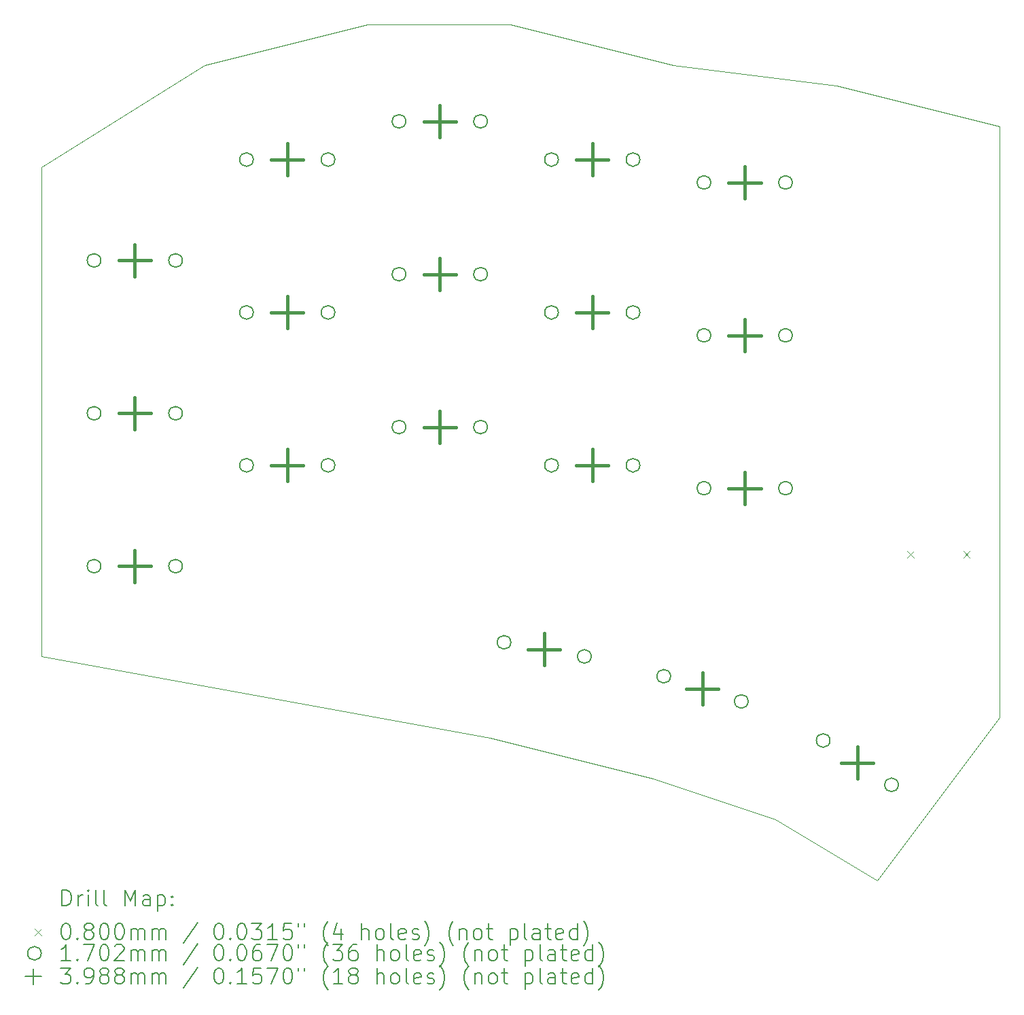
<source format=gbr>
%TF.GenerationSoftware,KiCad,Pcbnew,8.0.3*%
%TF.CreationDate,2024-07-02T22:23:56+01:00*%
%TF.ProjectId,simple_split,73696d70-6c65-45f7-9370-6c69742e6b69,v1.0.0*%
%TF.SameCoordinates,Original*%
%TF.FileFunction,Drillmap*%
%TF.FilePolarity,Positive*%
%FSLAX45Y45*%
G04 Gerber Fmt 4.5, Leading zero omitted, Abs format (unit mm)*
G04 Created by KiCad (PCBNEW 8.0.3) date 2024-07-02 22:23:56*
%MOMM*%
%LPD*%
G01*
G04 APERTURE LIST*
%ADD10C,0.050000*%
%ADD11C,0.200000*%
%ADD12C,0.100000*%
%ADD13C,0.170180*%
%ADD14C,0.398780*%
G04 APERTURE END LIST*
D10*
X14986000Y-6858000D02*
X17018000Y-7112000D01*
X19050000Y-7620000D01*
X19050000Y-14986000D01*
X17526000Y-17018000D01*
X16256000Y-16256000D01*
X14732000Y-15748000D01*
X12700000Y-15240000D01*
X7112000Y-14224000D01*
X7112000Y-8128000D01*
X9144000Y-6858000D01*
X11176000Y-6350000D01*
X12954000Y-6350000D01*
X14986000Y-6858000D01*
D11*
D12*
X17899250Y-12914000D02*
X17979250Y-12994000D01*
X17979250Y-12914000D02*
X17899250Y-12994000D01*
X17899250Y-12914000D02*
X17979250Y-12994000D01*
X17979250Y-12914000D02*
X17899250Y-12994000D01*
X18599250Y-12914000D02*
X18679250Y-12994000D01*
X18679250Y-12914000D02*
X18599250Y-12994000D01*
X18599250Y-12914000D02*
X18679250Y-12994000D01*
X18679250Y-12914000D02*
X18599250Y-12994000D01*
D13*
X7852090Y-9290050D02*
G75*
G02*
X7681910Y-9290050I-85090J0D01*
G01*
X7681910Y-9290050D02*
G75*
G02*
X7852090Y-9290050I85090J0D01*
G01*
X7852090Y-11195050D02*
G75*
G02*
X7681910Y-11195050I-85090J0D01*
G01*
X7681910Y-11195050D02*
G75*
G02*
X7852090Y-11195050I85090J0D01*
G01*
X7852090Y-13100050D02*
G75*
G02*
X7681910Y-13100050I-85090J0D01*
G01*
X7681910Y-13100050D02*
G75*
G02*
X7852090Y-13100050I85090J0D01*
G01*
X8868090Y-9290050D02*
G75*
G02*
X8697910Y-9290050I-85090J0D01*
G01*
X8697910Y-9290050D02*
G75*
G02*
X8868090Y-9290050I85090J0D01*
G01*
X8868090Y-11195050D02*
G75*
G02*
X8697910Y-11195050I-85090J0D01*
G01*
X8697910Y-11195050D02*
G75*
G02*
X8868090Y-11195050I85090J0D01*
G01*
X8868090Y-13100050D02*
G75*
G02*
X8697910Y-13100050I-85090J0D01*
G01*
X8697910Y-13100050D02*
G75*
G02*
X8868090Y-13100050I85090J0D01*
G01*
X9752090Y-8032750D02*
G75*
G02*
X9581910Y-8032750I-85090J0D01*
G01*
X9581910Y-8032750D02*
G75*
G02*
X9752090Y-8032750I85090J0D01*
G01*
X9752090Y-9937750D02*
G75*
G02*
X9581910Y-9937750I-85090J0D01*
G01*
X9581910Y-9937750D02*
G75*
G02*
X9752090Y-9937750I85090J0D01*
G01*
X9752090Y-11842750D02*
G75*
G02*
X9581910Y-11842750I-85090J0D01*
G01*
X9581910Y-11842750D02*
G75*
G02*
X9752090Y-11842750I85090J0D01*
G01*
X10768090Y-8032750D02*
G75*
G02*
X10597910Y-8032750I-85090J0D01*
G01*
X10597910Y-8032750D02*
G75*
G02*
X10768090Y-8032750I85090J0D01*
G01*
X10768090Y-9937750D02*
G75*
G02*
X10597910Y-9937750I-85090J0D01*
G01*
X10597910Y-9937750D02*
G75*
G02*
X10768090Y-9937750I85090J0D01*
G01*
X10768090Y-11842750D02*
G75*
G02*
X10597910Y-11842750I-85090J0D01*
G01*
X10597910Y-11842750D02*
G75*
G02*
X10768090Y-11842750I85090J0D01*
G01*
X11652090Y-7556500D02*
G75*
G02*
X11481910Y-7556500I-85090J0D01*
G01*
X11481910Y-7556500D02*
G75*
G02*
X11652090Y-7556500I85090J0D01*
G01*
X11652090Y-9461500D02*
G75*
G02*
X11481910Y-9461500I-85090J0D01*
G01*
X11481910Y-9461500D02*
G75*
G02*
X11652090Y-9461500I85090J0D01*
G01*
X11652090Y-11366500D02*
G75*
G02*
X11481910Y-11366500I-85090J0D01*
G01*
X11481910Y-11366500D02*
G75*
G02*
X11652090Y-11366500I85090J0D01*
G01*
X12668090Y-7556500D02*
G75*
G02*
X12497910Y-7556500I-85090J0D01*
G01*
X12497910Y-7556500D02*
G75*
G02*
X12668090Y-7556500I85090J0D01*
G01*
X12668090Y-9461500D02*
G75*
G02*
X12497910Y-9461500I-85090J0D01*
G01*
X12497910Y-9461500D02*
G75*
G02*
X12668090Y-9461500I85090J0D01*
G01*
X12668090Y-11366500D02*
G75*
G02*
X12497910Y-11366500I-85090J0D01*
G01*
X12497910Y-11366500D02*
G75*
G02*
X12668090Y-11366500I85090J0D01*
G01*
X12961408Y-14048547D02*
G75*
G02*
X12791228Y-14048547I-85090J0D01*
G01*
X12791228Y-14048547D02*
G75*
G02*
X12961408Y-14048547I85090J0D01*
G01*
X13552090Y-8032750D02*
G75*
G02*
X13381910Y-8032750I-85090J0D01*
G01*
X13381910Y-8032750D02*
G75*
G02*
X13552090Y-8032750I85090J0D01*
G01*
X13552090Y-9937750D02*
G75*
G02*
X13381910Y-9937750I-85090J0D01*
G01*
X13381910Y-9937750D02*
G75*
G02*
X13552090Y-9937750I85090J0D01*
G01*
X13552090Y-11842750D02*
G75*
G02*
X13381910Y-11842750I-85090J0D01*
G01*
X13381910Y-11842750D02*
G75*
G02*
X13552090Y-11842750I85090J0D01*
G01*
X13961972Y-14224973D02*
G75*
G02*
X13791792Y-14224973I-85090J0D01*
G01*
X13791792Y-14224973D02*
G75*
G02*
X13961972Y-14224973I85090J0D01*
G01*
X14568090Y-8032750D02*
G75*
G02*
X14397910Y-8032750I-85090J0D01*
G01*
X14397910Y-8032750D02*
G75*
G02*
X14568090Y-8032750I85090J0D01*
G01*
X14568090Y-9937750D02*
G75*
G02*
X14397910Y-9937750I-85090J0D01*
G01*
X14397910Y-9937750D02*
G75*
G02*
X14568090Y-9937750I85090J0D01*
G01*
X14568090Y-11842750D02*
G75*
G02*
X14397910Y-11842750I-85090J0D01*
G01*
X14397910Y-11842750D02*
G75*
G02*
X14568090Y-11842750I85090J0D01*
G01*
X14951403Y-14471669D02*
G75*
G02*
X14781223Y-14471669I-85090J0D01*
G01*
X14781223Y-14471669D02*
G75*
G02*
X14951403Y-14471669I85090J0D01*
G01*
X15452090Y-8318500D02*
G75*
G02*
X15281910Y-8318500I-85090J0D01*
G01*
X15281910Y-8318500D02*
G75*
G02*
X15452090Y-8318500I85090J0D01*
G01*
X15452090Y-10223500D02*
G75*
G02*
X15281910Y-10223500I-85090J0D01*
G01*
X15281910Y-10223500D02*
G75*
G02*
X15452090Y-10223500I85090J0D01*
G01*
X15452090Y-12128500D02*
G75*
G02*
X15281910Y-12128500I-85090J0D01*
G01*
X15281910Y-12128500D02*
G75*
G02*
X15452090Y-12128500I85090J0D01*
G01*
X15917677Y-14785631D02*
G75*
G02*
X15747497Y-14785631I-85090J0D01*
G01*
X15747497Y-14785631D02*
G75*
G02*
X15917677Y-14785631I85090J0D01*
G01*
X16468090Y-8318500D02*
G75*
G02*
X16297910Y-8318500I-85090J0D01*
G01*
X16297910Y-8318500D02*
G75*
G02*
X16468090Y-8318500I85090J0D01*
G01*
X16468090Y-10223500D02*
G75*
G02*
X16297910Y-10223500I-85090J0D01*
G01*
X16297910Y-10223500D02*
G75*
G02*
X16468090Y-10223500I85090J0D01*
G01*
X16468090Y-12128500D02*
G75*
G02*
X16297910Y-12128500I-85090J0D01*
G01*
X16297910Y-12128500D02*
G75*
G02*
X16468090Y-12128500I85090J0D01*
G01*
X16937645Y-15272123D02*
G75*
G02*
X16767465Y-15272123I-85090J0D01*
G01*
X16767465Y-15272123D02*
G75*
G02*
X16937645Y-15272123I85090J0D01*
G01*
X17789735Y-15825477D02*
G75*
G02*
X17619555Y-15825477I-85090J0D01*
G01*
X17619555Y-15825477D02*
G75*
G02*
X17789735Y-15825477I85090J0D01*
G01*
D14*
X8275000Y-9090660D02*
X8275000Y-9489440D01*
X8075610Y-9290050D02*
X8474390Y-9290050D01*
X8275000Y-10995660D02*
X8275000Y-11394440D01*
X8075610Y-11195050D02*
X8474390Y-11195050D01*
X8275000Y-12900660D02*
X8275000Y-13299440D01*
X8075610Y-13100050D02*
X8474390Y-13100050D01*
X10175000Y-7833360D02*
X10175000Y-8232140D01*
X9975610Y-8032750D02*
X10374390Y-8032750D01*
X10175000Y-9738360D02*
X10175000Y-10137140D01*
X9975610Y-9937750D02*
X10374390Y-9937750D01*
X10175000Y-11643360D02*
X10175000Y-12042140D01*
X9975610Y-11842750D02*
X10374390Y-11842750D01*
X12075000Y-7357110D02*
X12075000Y-7755890D01*
X11875610Y-7556500D02*
X12274390Y-7556500D01*
X12075000Y-9262110D02*
X12075000Y-9660890D01*
X11875610Y-9461500D02*
X12274390Y-9461500D01*
X12075000Y-11167110D02*
X12075000Y-11565890D01*
X11875610Y-11366500D02*
X12274390Y-11366500D01*
X13376600Y-13937370D02*
X13376600Y-14336150D01*
X13177210Y-14136760D02*
X13575990Y-14136760D01*
X13975000Y-7833360D02*
X13975000Y-8232140D01*
X13775610Y-8032750D02*
X14174390Y-8032750D01*
X13975000Y-9738360D02*
X13975000Y-10137140D01*
X13775610Y-9937750D02*
X14174390Y-9937750D01*
X13975000Y-11643360D02*
X13975000Y-12042140D01*
X13775610Y-11842750D02*
X14174390Y-11842750D01*
X15349450Y-14429260D02*
X15349450Y-14828040D01*
X15150060Y-14628650D02*
X15548840Y-14628650D01*
X15875000Y-8119110D02*
X15875000Y-8517890D01*
X15675610Y-8318500D02*
X16074390Y-8318500D01*
X15875000Y-10024110D02*
X15875000Y-10422890D01*
X15675610Y-10223500D02*
X16074390Y-10223500D01*
X15875000Y-11929110D02*
X15875000Y-12327890D01*
X15675610Y-12128500D02*
X16074390Y-12128500D01*
X17278600Y-15349410D02*
X17278600Y-15748190D01*
X17079210Y-15548800D02*
X17477990Y-15548800D01*
D11*
X7370277Y-17331984D02*
X7370277Y-17131984D01*
X7370277Y-17131984D02*
X7417896Y-17131984D01*
X7417896Y-17131984D02*
X7446467Y-17141508D01*
X7446467Y-17141508D02*
X7465515Y-17160555D01*
X7465515Y-17160555D02*
X7475039Y-17179603D01*
X7475039Y-17179603D02*
X7484562Y-17217698D01*
X7484562Y-17217698D02*
X7484562Y-17246270D01*
X7484562Y-17246270D02*
X7475039Y-17284365D01*
X7475039Y-17284365D02*
X7465515Y-17303412D01*
X7465515Y-17303412D02*
X7446467Y-17322460D01*
X7446467Y-17322460D02*
X7417896Y-17331984D01*
X7417896Y-17331984D02*
X7370277Y-17331984D01*
X7570277Y-17331984D02*
X7570277Y-17198650D01*
X7570277Y-17236746D02*
X7579801Y-17217698D01*
X7579801Y-17217698D02*
X7589324Y-17208174D01*
X7589324Y-17208174D02*
X7608372Y-17198650D01*
X7608372Y-17198650D02*
X7627420Y-17198650D01*
X7694086Y-17331984D02*
X7694086Y-17198650D01*
X7694086Y-17131984D02*
X7684562Y-17141508D01*
X7684562Y-17141508D02*
X7694086Y-17151031D01*
X7694086Y-17151031D02*
X7703610Y-17141508D01*
X7703610Y-17141508D02*
X7694086Y-17131984D01*
X7694086Y-17131984D02*
X7694086Y-17151031D01*
X7817896Y-17331984D02*
X7798848Y-17322460D01*
X7798848Y-17322460D02*
X7789324Y-17303412D01*
X7789324Y-17303412D02*
X7789324Y-17131984D01*
X7922658Y-17331984D02*
X7903610Y-17322460D01*
X7903610Y-17322460D02*
X7894086Y-17303412D01*
X7894086Y-17303412D02*
X7894086Y-17131984D01*
X8151229Y-17331984D02*
X8151229Y-17131984D01*
X8151229Y-17131984D02*
X8217896Y-17274841D01*
X8217896Y-17274841D02*
X8284562Y-17131984D01*
X8284562Y-17131984D02*
X8284562Y-17331984D01*
X8465515Y-17331984D02*
X8465515Y-17227222D01*
X8465515Y-17227222D02*
X8455991Y-17208174D01*
X8455991Y-17208174D02*
X8436944Y-17198650D01*
X8436944Y-17198650D02*
X8398848Y-17198650D01*
X8398848Y-17198650D02*
X8379801Y-17208174D01*
X8465515Y-17322460D02*
X8446467Y-17331984D01*
X8446467Y-17331984D02*
X8398848Y-17331984D01*
X8398848Y-17331984D02*
X8379801Y-17322460D01*
X8379801Y-17322460D02*
X8370277Y-17303412D01*
X8370277Y-17303412D02*
X8370277Y-17284365D01*
X8370277Y-17284365D02*
X8379801Y-17265317D01*
X8379801Y-17265317D02*
X8398848Y-17255793D01*
X8398848Y-17255793D02*
X8446467Y-17255793D01*
X8446467Y-17255793D02*
X8465515Y-17246270D01*
X8560753Y-17198650D02*
X8560753Y-17398650D01*
X8560753Y-17208174D02*
X8579801Y-17198650D01*
X8579801Y-17198650D02*
X8617896Y-17198650D01*
X8617896Y-17198650D02*
X8636944Y-17208174D01*
X8636944Y-17208174D02*
X8646467Y-17217698D01*
X8646467Y-17217698D02*
X8655991Y-17236746D01*
X8655991Y-17236746D02*
X8655991Y-17293889D01*
X8655991Y-17293889D02*
X8646467Y-17312936D01*
X8646467Y-17312936D02*
X8636944Y-17322460D01*
X8636944Y-17322460D02*
X8617896Y-17331984D01*
X8617896Y-17331984D02*
X8579801Y-17331984D01*
X8579801Y-17331984D02*
X8560753Y-17322460D01*
X8741705Y-17312936D02*
X8751229Y-17322460D01*
X8751229Y-17322460D02*
X8741705Y-17331984D01*
X8741705Y-17331984D02*
X8732182Y-17322460D01*
X8732182Y-17322460D02*
X8741705Y-17312936D01*
X8741705Y-17312936D02*
X8741705Y-17331984D01*
X8741705Y-17208174D02*
X8751229Y-17217698D01*
X8751229Y-17217698D02*
X8741705Y-17227222D01*
X8741705Y-17227222D02*
X8732182Y-17217698D01*
X8732182Y-17217698D02*
X8741705Y-17208174D01*
X8741705Y-17208174D02*
X8741705Y-17227222D01*
D12*
X7029500Y-17620500D02*
X7109500Y-17700500D01*
X7109500Y-17620500D02*
X7029500Y-17700500D01*
D11*
X7408372Y-17551984D02*
X7427420Y-17551984D01*
X7427420Y-17551984D02*
X7446467Y-17561508D01*
X7446467Y-17561508D02*
X7455991Y-17571031D01*
X7455991Y-17571031D02*
X7465515Y-17590079D01*
X7465515Y-17590079D02*
X7475039Y-17628174D01*
X7475039Y-17628174D02*
X7475039Y-17675793D01*
X7475039Y-17675793D02*
X7465515Y-17713889D01*
X7465515Y-17713889D02*
X7455991Y-17732936D01*
X7455991Y-17732936D02*
X7446467Y-17742460D01*
X7446467Y-17742460D02*
X7427420Y-17751984D01*
X7427420Y-17751984D02*
X7408372Y-17751984D01*
X7408372Y-17751984D02*
X7389324Y-17742460D01*
X7389324Y-17742460D02*
X7379801Y-17732936D01*
X7379801Y-17732936D02*
X7370277Y-17713889D01*
X7370277Y-17713889D02*
X7360753Y-17675793D01*
X7360753Y-17675793D02*
X7360753Y-17628174D01*
X7360753Y-17628174D02*
X7370277Y-17590079D01*
X7370277Y-17590079D02*
X7379801Y-17571031D01*
X7379801Y-17571031D02*
X7389324Y-17561508D01*
X7389324Y-17561508D02*
X7408372Y-17551984D01*
X7560753Y-17732936D02*
X7570277Y-17742460D01*
X7570277Y-17742460D02*
X7560753Y-17751984D01*
X7560753Y-17751984D02*
X7551229Y-17742460D01*
X7551229Y-17742460D02*
X7560753Y-17732936D01*
X7560753Y-17732936D02*
X7560753Y-17751984D01*
X7684562Y-17637698D02*
X7665515Y-17628174D01*
X7665515Y-17628174D02*
X7655991Y-17618650D01*
X7655991Y-17618650D02*
X7646467Y-17599603D01*
X7646467Y-17599603D02*
X7646467Y-17590079D01*
X7646467Y-17590079D02*
X7655991Y-17571031D01*
X7655991Y-17571031D02*
X7665515Y-17561508D01*
X7665515Y-17561508D02*
X7684562Y-17551984D01*
X7684562Y-17551984D02*
X7722658Y-17551984D01*
X7722658Y-17551984D02*
X7741705Y-17561508D01*
X7741705Y-17561508D02*
X7751229Y-17571031D01*
X7751229Y-17571031D02*
X7760753Y-17590079D01*
X7760753Y-17590079D02*
X7760753Y-17599603D01*
X7760753Y-17599603D02*
X7751229Y-17618650D01*
X7751229Y-17618650D02*
X7741705Y-17628174D01*
X7741705Y-17628174D02*
X7722658Y-17637698D01*
X7722658Y-17637698D02*
X7684562Y-17637698D01*
X7684562Y-17637698D02*
X7665515Y-17647222D01*
X7665515Y-17647222D02*
X7655991Y-17656746D01*
X7655991Y-17656746D02*
X7646467Y-17675793D01*
X7646467Y-17675793D02*
X7646467Y-17713889D01*
X7646467Y-17713889D02*
X7655991Y-17732936D01*
X7655991Y-17732936D02*
X7665515Y-17742460D01*
X7665515Y-17742460D02*
X7684562Y-17751984D01*
X7684562Y-17751984D02*
X7722658Y-17751984D01*
X7722658Y-17751984D02*
X7741705Y-17742460D01*
X7741705Y-17742460D02*
X7751229Y-17732936D01*
X7751229Y-17732936D02*
X7760753Y-17713889D01*
X7760753Y-17713889D02*
X7760753Y-17675793D01*
X7760753Y-17675793D02*
X7751229Y-17656746D01*
X7751229Y-17656746D02*
X7741705Y-17647222D01*
X7741705Y-17647222D02*
X7722658Y-17637698D01*
X7884562Y-17551984D02*
X7903610Y-17551984D01*
X7903610Y-17551984D02*
X7922658Y-17561508D01*
X7922658Y-17561508D02*
X7932182Y-17571031D01*
X7932182Y-17571031D02*
X7941705Y-17590079D01*
X7941705Y-17590079D02*
X7951229Y-17628174D01*
X7951229Y-17628174D02*
X7951229Y-17675793D01*
X7951229Y-17675793D02*
X7941705Y-17713889D01*
X7941705Y-17713889D02*
X7932182Y-17732936D01*
X7932182Y-17732936D02*
X7922658Y-17742460D01*
X7922658Y-17742460D02*
X7903610Y-17751984D01*
X7903610Y-17751984D02*
X7884562Y-17751984D01*
X7884562Y-17751984D02*
X7865515Y-17742460D01*
X7865515Y-17742460D02*
X7855991Y-17732936D01*
X7855991Y-17732936D02*
X7846467Y-17713889D01*
X7846467Y-17713889D02*
X7836943Y-17675793D01*
X7836943Y-17675793D02*
X7836943Y-17628174D01*
X7836943Y-17628174D02*
X7846467Y-17590079D01*
X7846467Y-17590079D02*
X7855991Y-17571031D01*
X7855991Y-17571031D02*
X7865515Y-17561508D01*
X7865515Y-17561508D02*
X7884562Y-17551984D01*
X8075039Y-17551984D02*
X8094086Y-17551984D01*
X8094086Y-17551984D02*
X8113134Y-17561508D01*
X8113134Y-17561508D02*
X8122658Y-17571031D01*
X8122658Y-17571031D02*
X8132182Y-17590079D01*
X8132182Y-17590079D02*
X8141705Y-17628174D01*
X8141705Y-17628174D02*
X8141705Y-17675793D01*
X8141705Y-17675793D02*
X8132182Y-17713889D01*
X8132182Y-17713889D02*
X8122658Y-17732936D01*
X8122658Y-17732936D02*
X8113134Y-17742460D01*
X8113134Y-17742460D02*
X8094086Y-17751984D01*
X8094086Y-17751984D02*
X8075039Y-17751984D01*
X8075039Y-17751984D02*
X8055991Y-17742460D01*
X8055991Y-17742460D02*
X8046467Y-17732936D01*
X8046467Y-17732936D02*
X8036943Y-17713889D01*
X8036943Y-17713889D02*
X8027420Y-17675793D01*
X8027420Y-17675793D02*
X8027420Y-17628174D01*
X8027420Y-17628174D02*
X8036943Y-17590079D01*
X8036943Y-17590079D02*
X8046467Y-17571031D01*
X8046467Y-17571031D02*
X8055991Y-17561508D01*
X8055991Y-17561508D02*
X8075039Y-17551984D01*
X8227420Y-17751984D02*
X8227420Y-17618650D01*
X8227420Y-17637698D02*
X8236943Y-17628174D01*
X8236943Y-17628174D02*
X8255991Y-17618650D01*
X8255991Y-17618650D02*
X8284563Y-17618650D01*
X8284563Y-17618650D02*
X8303610Y-17628174D01*
X8303610Y-17628174D02*
X8313134Y-17647222D01*
X8313134Y-17647222D02*
X8313134Y-17751984D01*
X8313134Y-17647222D02*
X8322658Y-17628174D01*
X8322658Y-17628174D02*
X8341705Y-17618650D01*
X8341705Y-17618650D02*
X8370277Y-17618650D01*
X8370277Y-17618650D02*
X8389325Y-17628174D01*
X8389325Y-17628174D02*
X8398848Y-17647222D01*
X8398848Y-17647222D02*
X8398848Y-17751984D01*
X8494086Y-17751984D02*
X8494086Y-17618650D01*
X8494086Y-17637698D02*
X8503610Y-17628174D01*
X8503610Y-17628174D02*
X8522658Y-17618650D01*
X8522658Y-17618650D02*
X8551229Y-17618650D01*
X8551229Y-17618650D02*
X8570277Y-17628174D01*
X8570277Y-17628174D02*
X8579801Y-17647222D01*
X8579801Y-17647222D02*
X8579801Y-17751984D01*
X8579801Y-17647222D02*
X8589325Y-17628174D01*
X8589325Y-17628174D02*
X8608372Y-17618650D01*
X8608372Y-17618650D02*
X8636944Y-17618650D01*
X8636944Y-17618650D02*
X8655991Y-17628174D01*
X8655991Y-17628174D02*
X8665515Y-17647222D01*
X8665515Y-17647222D02*
X8665515Y-17751984D01*
X9055991Y-17542460D02*
X8884563Y-17799603D01*
X9313134Y-17551984D02*
X9332182Y-17551984D01*
X9332182Y-17551984D02*
X9351229Y-17561508D01*
X9351229Y-17561508D02*
X9360753Y-17571031D01*
X9360753Y-17571031D02*
X9370277Y-17590079D01*
X9370277Y-17590079D02*
X9379801Y-17628174D01*
X9379801Y-17628174D02*
X9379801Y-17675793D01*
X9379801Y-17675793D02*
X9370277Y-17713889D01*
X9370277Y-17713889D02*
X9360753Y-17732936D01*
X9360753Y-17732936D02*
X9351229Y-17742460D01*
X9351229Y-17742460D02*
X9332182Y-17751984D01*
X9332182Y-17751984D02*
X9313134Y-17751984D01*
X9313134Y-17751984D02*
X9294087Y-17742460D01*
X9294087Y-17742460D02*
X9284563Y-17732936D01*
X9284563Y-17732936D02*
X9275039Y-17713889D01*
X9275039Y-17713889D02*
X9265515Y-17675793D01*
X9265515Y-17675793D02*
X9265515Y-17628174D01*
X9265515Y-17628174D02*
X9275039Y-17590079D01*
X9275039Y-17590079D02*
X9284563Y-17571031D01*
X9284563Y-17571031D02*
X9294087Y-17561508D01*
X9294087Y-17561508D02*
X9313134Y-17551984D01*
X9465515Y-17732936D02*
X9475039Y-17742460D01*
X9475039Y-17742460D02*
X9465515Y-17751984D01*
X9465515Y-17751984D02*
X9455991Y-17742460D01*
X9455991Y-17742460D02*
X9465515Y-17732936D01*
X9465515Y-17732936D02*
X9465515Y-17751984D01*
X9598848Y-17551984D02*
X9617896Y-17551984D01*
X9617896Y-17551984D02*
X9636944Y-17561508D01*
X9636944Y-17561508D02*
X9646468Y-17571031D01*
X9646468Y-17571031D02*
X9655991Y-17590079D01*
X9655991Y-17590079D02*
X9665515Y-17628174D01*
X9665515Y-17628174D02*
X9665515Y-17675793D01*
X9665515Y-17675793D02*
X9655991Y-17713889D01*
X9655991Y-17713889D02*
X9646468Y-17732936D01*
X9646468Y-17732936D02*
X9636944Y-17742460D01*
X9636944Y-17742460D02*
X9617896Y-17751984D01*
X9617896Y-17751984D02*
X9598848Y-17751984D01*
X9598848Y-17751984D02*
X9579801Y-17742460D01*
X9579801Y-17742460D02*
X9570277Y-17732936D01*
X9570277Y-17732936D02*
X9560753Y-17713889D01*
X9560753Y-17713889D02*
X9551229Y-17675793D01*
X9551229Y-17675793D02*
X9551229Y-17628174D01*
X9551229Y-17628174D02*
X9560753Y-17590079D01*
X9560753Y-17590079D02*
X9570277Y-17571031D01*
X9570277Y-17571031D02*
X9579801Y-17561508D01*
X9579801Y-17561508D02*
X9598848Y-17551984D01*
X9732182Y-17551984D02*
X9855991Y-17551984D01*
X9855991Y-17551984D02*
X9789325Y-17628174D01*
X9789325Y-17628174D02*
X9817896Y-17628174D01*
X9817896Y-17628174D02*
X9836944Y-17637698D01*
X9836944Y-17637698D02*
X9846468Y-17647222D01*
X9846468Y-17647222D02*
X9855991Y-17666270D01*
X9855991Y-17666270D02*
X9855991Y-17713889D01*
X9855991Y-17713889D02*
X9846468Y-17732936D01*
X9846468Y-17732936D02*
X9836944Y-17742460D01*
X9836944Y-17742460D02*
X9817896Y-17751984D01*
X9817896Y-17751984D02*
X9760753Y-17751984D01*
X9760753Y-17751984D02*
X9741706Y-17742460D01*
X9741706Y-17742460D02*
X9732182Y-17732936D01*
X10046468Y-17751984D02*
X9932182Y-17751984D01*
X9989325Y-17751984D02*
X9989325Y-17551984D01*
X9989325Y-17551984D02*
X9970277Y-17580555D01*
X9970277Y-17580555D02*
X9951229Y-17599603D01*
X9951229Y-17599603D02*
X9932182Y-17609127D01*
X10227420Y-17551984D02*
X10132182Y-17551984D01*
X10132182Y-17551984D02*
X10122658Y-17647222D01*
X10122658Y-17647222D02*
X10132182Y-17637698D01*
X10132182Y-17637698D02*
X10151229Y-17628174D01*
X10151229Y-17628174D02*
X10198849Y-17628174D01*
X10198849Y-17628174D02*
X10217896Y-17637698D01*
X10217896Y-17637698D02*
X10227420Y-17647222D01*
X10227420Y-17647222D02*
X10236944Y-17666270D01*
X10236944Y-17666270D02*
X10236944Y-17713889D01*
X10236944Y-17713889D02*
X10227420Y-17732936D01*
X10227420Y-17732936D02*
X10217896Y-17742460D01*
X10217896Y-17742460D02*
X10198849Y-17751984D01*
X10198849Y-17751984D02*
X10151229Y-17751984D01*
X10151229Y-17751984D02*
X10132182Y-17742460D01*
X10132182Y-17742460D02*
X10122658Y-17732936D01*
X10313134Y-17551984D02*
X10313134Y-17590079D01*
X10389325Y-17551984D02*
X10389325Y-17590079D01*
X10684563Y-17828174D02*
X10675039Y-17818650D01*
X10675039Y-17818650D02*
X10655991Y-17790079D01*
X10655991Y-17790079D02*
X10646468Y-17771031D01*
X10646468Y-17771031D02*
X10636944Y-17742460D01*
X10636944Y-17742460D02*
X10627420Y-17694841D01*
X10627420Y-17694841D02*
X10627420Y-17656746D01*
X10627420Y-17656746D02*
X10636944Y-17609127D01*
X10636944Y-17609127D02*
X10646468Y-17580555D01*
X10646468Y-17580555D02*
X10655991Y-17561508D01*
X10655991Y-17561508D02*
X10675039Y-17532936D01*
X10675039Y-17532936D02*
X10684563Y-17523412D01*
X10846468Y-17618650D02*
X10846468Y-17751984D01*
X10798849Y-17542460D02*
X10751230Y-17685317D01*
X10751230Y-17685317D02*
X10875039Y-17685317D01*
X11103611Y-17751984D02*
X11103611Y-17551984D01*
X11189325Y-17751984D02*
X11189325Y-17647222D01*
X11189325Y-17647222D02*
X11179801Y-17628174D01*
X11179801Y-17628174D02*
X11160753Y-17618650D01*
X11160753Y-17618650D02*
X11132182Y-17618650D01*
X11132182Y-17618650D02*
X11113134Y-17628174D01*
X11113134Y-17628174D02*
X11103611Y-17637698D01*
X11313134Y-17751984D02*
X11294087Y-17742460D01*
X11294087Y-17742460D02*
X11284563Y-17732936D01*
X11284563Y-17732936D02*
X11275039Y-17713889D01*
X11275039Y-17713889D02*
X11275039Y-17656746D01*
X11275039Y-17656746D02*
X11284563Y-17637698D01*
X11284563Y-17637698D02*
X11294087Y-17628174D01*
X11294087Y-17628174D02*
X11313134Y-17618650D01*
X11313134Y-17618650D02*
X11341706Y-17618650D01*
X11341706Y-17618650D02*
X11360753Y-17628174D01*
X11360753Y-17628174D02*
X11370277Y-17637698D01*
X11370277Y-17637698D02*
X11379801Y-17656746D01*
X11379801Y-17656746D02*
X11379801Y-17713889D01*
X11379801Y-17713889D02*
X11370277Y-17732936D01*
X11370277Y-17732936D02*
X11360753Y-17742460D01*
X11360753Y-17742460D02*
X11341706Y-17751984D01*
X11341706Y-17751984D02*
X11313134Y-17751984D01*
X11494087Y-17751984D02*
X11475039Y-17742460D01*
X11475039Y-17742460D02*
X11465515Y-17723412D01*
X11465515Y-17723412D02*
X11465515Y-17551984D01*
X11646468Y-17742460D02*
X11627420Y-17751984D01*
X11627420Y-17751984D02*
X11589325Y-17751984D01*
X11589325Y-17751984D02*
X11570277Y-17742460D01*
X11570277Y-17742460D02*
X11560753Y-17723412D01*
X11560753Y-17723412D02*
X11560753Y-17647222D01*
X11560753Y-17647222D02*
X11570277Y-17628174D01*
X11570277Y-17628174D02*
X11589325Y-17618650D01*
X11589325Y-17618650D02*
X11627420Y-17618650D01*
X11627420Y-17618650D02*
X11646468Y-17628174D01*
X11646468Y-17628174D02*
X11655991Y-17647222D01*
X11655991Y-17647222D02*
X11655991Y-17666270D01*
X11655991Y-17666270D02*
X11560753Y-17685317D01*
X11732182Y-17742460D02*
X11751230Y-17751984D01*
X11751230Y-17751984D02*
X11789325Y-17751984D01*
X11789325Y-17751984D02*
X11808372Y-17742460D01*
X11808372Y-17742460D02*
X11817896Y-17723412D01*
X11817896Y-17723412D02*
X11817896Y-17713889D01*
X11817896Y-17713889D02*
X11808372Y-17694841D01*
X11808372Y-17694841D02*
X11789325Y-17685317D01*
X11789325Y-17685317D02*
X11760753Y-17685317D01*
X11760753Y-17685317D02*
X11741706Y-17675793D01*
X11741706Y-17675793D02*
X11732182Y-17656746D01*
X11732182Y-17656746D02*
X11732182Y-17647222D01*
X11732182Y-17647222D02*
X11741706Y-17628174D01*
X11741706Y-17628174D02*
X11760753Y-17618650D01*
X11760753Y-17618650D02*
X11789325Y-17618650D01*
X11789325Y-17618650D02*
X11808372Y-17628174D01*
X11884563Y-17828174D02*
X11894087Y-17818650D01*
X11894087Y-17818650D02*
X11913134Y-17790079D01*
X11913134Y-17790079D02*
X11922658Y-17771031D01*
X11922658Y-17771031D02*
X11932182Y-17742460D01*
X11932182Y-17742460D02*
X11941706Y-17694841D01*
X11941706Y-17694841D02*
X11941706Y-17656746D01*
X11941706Y-17656746D02*
X11932182Y-17609127D01*
X11932182Y-17609127D02*
X11922658Y-17580555D01*
X11922658Y-17580555D02*
X11913134Y-17561508D01*
X11913134Y-17561508D02*
X11894087Y-17532936D01*
X11894087Y-17532936D02*
X11884563Y-17523412D01*
X12246468Y-17828174D02*
X12236944Y-17818650D01*
X12236944Y-17818650D02*
X12217896Y-17790079D01*
X12217896Y-17790079D02*
X12208372Y-17771031D01*
X12208372Y-17771031D02*
X12198849Y-17742460D01*
X12198849Y-17742460D02*
X12189325Y-17694841D01*
X12189325Y-17694841D02*
X12189325Y-17656746D01*
X12189325Y-17656746D02*
X12198849Y-17609127D01*
X12198849Y-17609127D02*
X12208372Y-17580555D01*
X12208372Y-17580555D02*
X12217896Y-17561508D01*
X12217896Y-17561508D02*
X12236944Y-17532936D01*
X12236944Y-17532936D02*
X12246468Y-17523412D01*
X12322658Y-17618650D02*
X12322658Y-17751984D01*
X12322658Y-17637698D02*
X12332182Y-17628174D01*
X12332182Y-17628174D02*
X12351230Y-17618650D01*
X12351230Y-17618650D02*
X12379801Y-17618650D01*
X12379801Y-17618650D02*
X12398849Y-17628174D01*
X12398849Y-17628174D02*
X12408372Y-17647222D01*
X12408372Y-17647222D02*
X12408372Y-17751984D01*
X12532182Y-17751984D02*
X12513134Y-17742460D01*
X12513134Y-17742460D02*
X12503611Y-17732936D01*
X12503611Y-17732936D02*
X12494087Y-17713889D01*
X12494087Y-17713889D02*
X12494087Y-17656746D01*
X12494087Y-17656746D02*
X12503611Y-17637698D01*
X12503611Y-17637698D02*
X12513134Y-17628174D01*
X12513134Y-17628174D02*
X12532182Y-17618650D01*
X12532182Y-17618650D02*
X12560753Y-17618650D01*
X12560753Y-17618650D02*
X12579801Y-17628174D01*
X12579801Y-17628174D02*
X12589325Y-17637698D01*
X12589325Y-17637698D02*
X12598849Y-17656746D01*
X12598849Y-17656746D02*
X12598849Y-17713889D01*
X12598849Y-17713889D02*
X12589325Y-17732936D01*
X12589325Y-17732936D02*
X12579801Y-17742460D01*
X12579801Y-17742460D02*
X12560753Y-17751984D01*
X12560753Y-17751984D02*
X12532182Y-17751984D01*
X12655992Y-17618650D02*
X12732182Y-17618650D01*
X12684563Y-17551984D02*
X12684563Y-17723412D01*
X12684563Y-17723412D02*
X12694087Y-17742460D01*
X12694087Y-17742460D02*
X12713134Y-17751984D01*
X12713134Y-17751984D02*
X12732182Y-17751984D01*
X12951230Y-17618650D02*
X12951230Y-17818650D01*
X12951230Y-17628174D02*
X12970277Y-17618650D01*
X12970277Y-17618650D02*
X13008373Y-17618650D01*
X13008373Y-17618650D02*
X13027420Y-17628174D01*
X13027420Y-17628174D02*
X13036944Y-17637698D01*
X13036944Y-17637698D02*
X13046468Y-17656746D01*
X13046468Y-17656746D02*
X13046468Y-17713889D01*
X13046468Y-17713889D02*
X13036944Y-17732936D01*
X13036944Y-17732936D02*
X13027420Y-17742460D01*
X13027420Y-17742460D02*
X13008373Y-17751984D01*
X13008373Y-17751984D02*
X12970277Y-17751984D01*
X12970277Y-17751984D02*
X12951230Y-17742460D01*
X13160753Y-17751984D02*
X13141706Y-17742460D01*
X13141706Y-17742460D02*
X13132182Y-17723412D01*
X13132182Y-17723412D02*
X13132182Y-17551984D01*
X13322658Y-17751984D02*
X13322658Y-17647222D01*
X13322658Y-17647222D02*
X13313134Y-17628174D01*
X13313134Y-17628174D02*
X13294087Y-17618650D01*
X13294087Y-17618650D02*
X13255992Y-17618650D01*
X13255992Y-17618650D02*
X13236944Y-17628174D01*
X13322658Y-17742460D02*
X13303611Y-17751984D01*
X13303611Y-17751984D02*
X13255992Y-17751984D01*
X13255992Y-17751984D02*
X13236944Y-17742460D01*
X13236944Y-17742460D02*
X13227420Y-17723412D01*
X13227420Y-17723412D02*
X13227420Y-17704365D01*
X13227420Y-17704365D02*
X13236944Y-17685317D01*
X13236944Y-17685317D02*
X13255992Y-17675793D01*
X13255992Y-17675793D02*
X13303611Y-17675793D01*
X13303611Y-17675793D02*
X13322658Y-17666270D01*
X13389325Y-17618650D02*
X13465515Y-17618650D01*
X13417896Y-17551984D02*
X13417896Y-17723412D01*
X13417896Y-17723412D02*
X13427420Y-17742460D01*
X13427420Y-17742460D02*
X13446468Y-17751984D01*
X13446468Y-17751984D02*
X13465515Y-17751984D01*
X13608373Y-17742460D02*
X13589325Y-17751984D01*
X13589325Y-17751984D02*
X13551230Y-17751984D01*
X13551230Y-17751984D02*
X13532182Y-17742460D01*
X13532182Y-17742460D02*
X13522658Y-17723412D01*
X13522658Y-17723412D02*
X13522658Y-17647222D01*
X13522658Y-17647222D02*
X13532182Y-17628174D01*
X13532182Y-17628174D02*
X13551230Y-17618650D01*
X13551230Y-17618650D02*
X13589325Y-17618650D01*
X13589325Y-17618650D02*
X13608373Y-17628174D01*
X13608373Y-17628174D02*
X13617896Y-17647222D01*
X13617896Y-17647222D02*
X13617896Y-17666270D01*
X13617896Y-17666270D02*
X13522658Y-17685317D01*
X13789325Y-17751984D02*
X13789325Y-17551984D01*
X13789325Y-17742460D02*
X13770277Y-17751984D01*
X13770277Y-17751984D02*
X13732182Y-17751984D01*
X13732182Y-17751984D02*
X13713134Y-17742460D01*
X13713134Y-17742460D02*
X13703611Y-17732936D01*
X13703611Y-17732936D02*
X13694087Y-17713889D01*
X13694087Y-17713889D02*
X13694087Y-17656746D01*
X13694087Y-17656746D02*
X13703611Y-17637698D01*
X13703611Y-17637698D02*
X13713134Y-17628174D01*
X13713134Y-17628174D02*
X13732182Y-17618650D01*
X13732182Y-17618650D02*
X13770277Y-17618650D01*
X13770277Y-17618650D02*
X13789325Y-17628174D01*
X13865515Y-17828174D02*
X13875039Y-17818650D01*
X13875039Y-17818650D02*
X13894087Y-17790079D01*
X13894087Y-17790079D02*
X13903611Y-17771031D01*
X13903611Y-17771031D02*
X13913134Y-17742460D01*
X13913134Y-17742460D02*
X13922658Y-17694841D01*
X13922658Y-17694841D02*
X13922658Y-17656746D01*
X13922658Y-17656746D02*
X13913134Y-17609127D01*
X13913134Y-17609127D02*
X13903611Y-17580555D01*
X13903611Y-17580555D02*
X13894087Y-17561508D01*
X13894087Y-17561508D02*
X13875039Y-17532936D01*
X13875039Y-17532936D02*
X13865515Y-17523412D01*
D13*
X7109500Y-17924500D02*
G75*
G02*
X6939320Y-17924500I-85090J0D01*
G01*
X6939320Y-17924500D02*
G75*
G02*
X7109500Y-17924500I85090J0D01*
G01*
D11*
X7475039Y-18015984D02*
X7360753Y-18015984D01*
X7417896Y-18015984D02*
X7417896Y-17815984D01*
X7417896Y-17815984D02*
X7398848Y-17844555D01*
X7398848Y-17844555D02*
X7379801Y-17863603D01*
X7379801Y-17863603D02*
X7360753Y-17873127D01*
X7560753Y-17996936D02*
X7570277Y-18006460D01*
X7570277Y-18006460D02*
X7560753Y-18015984D01*
X7560753Y-18015984D02*
X7551229Y-18006460D01*
X7551229Y-18006460D02*
X7560753Y-17996936D01*
X7560753Y-17996936D02*
X7560753Y-18015984D01*
X7636943Y-17815984D02*
X7770277Y-17815984D01*
X7770277Y-17815984D02*
X7684562Y-18015984D01*
X7884562Y-17815984D02*
X7903610Y-17815984D01*
X7903610Y-17815984D02*
X7922658Y-17825508D01*
X7922658Y-17825508D02*
X7932182Y-17835031D01*
X7932182Y-17835031D02*
X7941705Y-17854079D01*
X7941705Y-17854079D02*
X7951229Y-17892174D01*
X7951229Y-17892174D02*
X7951229Y-17939793D01*
X7951229Y-17939793D02*
X7941705Y-17977889D01*
X7941705Y-17977889D02*
X7932182Y-17996936D01*
X7932182Y-17996936D02*
X7922658Y-18006460D01*
X7922658Y-18006460D02*
X7903610Y-18015984D01*
X7903610Y-18015984D02*
X7884562Y-18015984D01*
X7884562Y-18015984D02*
X7865515Y-18006460D01*
X7865515Y-18006460D02*
X7855991Y-17996936D01*
X7855991Y-17996936D02*
X7846467Y-17977889D01*
X7846467Y-17977889D02*
X7836943Y-17939793D01*
X7836943Y-17939793D02*
X7836943Y-17892174D01*
X7836943Y-17892174D02*
X7846467Y-17854079D01*
X7846467Y-17854079D02*
X7855991Y-17835031D01*
X7855991Y-17835031D02*
X7865515Y-17825508D01*
X7865515Y-17825508D02*
X7884562Y-17815984D01*
X8027420Y-17835031D02*
X8036943Y-17825508D01*
X8036943Y-17825508D02*
X8055991Y-17815984D01*
X8055991Y-17815984D02*
X8103610Y-17815984D01*
X8103610Y-17815984D02*
X8122658Y-17825508D01*
X8122658Y-17825508D02*
X8132182Y-17835031D01*
X8132182Y-17835031D02*
X8141705Y-17854079D01*
X8141705Y-17854079D02*
X8141705Y-17873127D01*
X8141705Y-17873127D02*
X8132182Y-17901698D01*
X8132182Y-17901698D02*
X8017896Y-18015984D01*
X8017896Y-18015984D02*
X8141705Y-18015984D01*
X8227420Y-18015984D02*
X8227420Y-17882650D01*
X8227420Y-17901698D02*
X8236943Y-17892174D01*
X8236943Y-17892174D02*
X8255991Y-17882650D01*
X8255991Y-17882650D02*
X8284563Y-17882650D01*
X8284563Y-17882650D02*
X8303610Y-17892174D01*
X8303610Y-17892174D02*
X8313134Y-17911222D01*
X8313134Y-17911222D02*
X8313134Y-18015984D01*
X8313134Y-17911222D02*
X8322658Y-17892174D01*
X8322658Y-17892174D02*
X8341705Y-17882650D01*
X8341705Y-17882650D02*
X8370277Y-17882650D01*
X8370277Y-17882650D02*
X8389325Y-17892174D01*
X8389325Y-17892174D02*
X8398848Y-17911222D01*
X8398848Y-17911222D02*
X8398848Y-18015984D01*
X8494086Y-18015984D02*
X8494086Y-17882650D01*
X8494086Y-17901698D02*
X8503610Y-17892174D01*
X8503610Y-17892174D02*
X8522658Y-17882650D01*
X8522658Y-17882650D02*
X8551229Y-17882650D01*
X8551229Y-17882650D02*
X8570277Y-17892174D01*
X8570277Y-17892174D02*
X8579801Y-17911222D01*
X8579801Y-17911222D02*
X8579801Y-18015984D01*
X8579801Y-17911222D02*
X8589325Y-17892174D01*
X8589325Y-17892174D02*
X8608372Y-17882650D01*
X8608372Y-17882650D02*
X8636944Y-17882650D01*
X8636944Y-17882650D02*
X8655991Y-17892174D01*
X8655991Y-17892174D02*
X8665515Y-17911222D01*
X8665515Y-17911222D02*
X8665515Y-18015984D01*
X9055991Y-17806460D02*
X8884563Y-18063603D01*
X9313134Y-17815984D02*
X9332182Y-17815984D01*
X9332182Y-17815984D02*
X9351229Y-17825508D01*
X9351229Y-17825508D02*
X9360753Y-17835031D01*
X9360753Y-17835031D02*
X9370277Y-17854079D01*
X9370277Y-17854079D02*
X9379801Y-17892174D01*
X9379801Y-17892174D02*
X9379801Y-17939793D01*
X9379801Y-17939793D02*
X9370277Y-17977889D01*
X9370277Y-17977889D02*
X9360753Y-17996936D01*
X9360753Y-17996936D02*
X9351229Y-18006460D01*
X9351229Y-18006460D02*
X9332182Y-18015984D01*
X9332182Y-18015984D02*
X9313134Y-18015984D01*
X9313134Y-18015984D02*
X9294087Y-18006460D01*
X9294087Y-18006460D02*
X9284563Y-17996936D01*
X9284563Y-17996936D02*
X9275039Y-17977889D01*
X9275039Y-17977889D02*
X9265515Y-17939793D01*
X9265515Y-17939793D02*
X9265515Y-17892174D01*
X9265515Y-17892174D02*
X9275039Y-17854079D01*
X9275039Y-17854079D02*
X9284563Y-17835031D01*
X9284563Y-17835031D02*
X9294087Y-17825508D01*
X9294087Y-17825508D02*
X9313134Y-17815984D01*
X9465515Y-17996936D02*
X9475039Y-18006460D01*
X9475039Y-18006460D02*
X9465515Y-18015984D01*
X9465515Y-18015984D02*
X9455991Y-18006460D01*
X9455991Y-18006460D02*
X9465515Y-17996936D01*
X9465515Y-17996936D02*
X9465515Y-18015984D01*
X9598848Y-17815984D02*
X9617896Y-17815984D01*
X9617896Y-17815984D02*
X9636944Y-17825508D01*
X9636944Y-17825508D02*
X9646468Y-17835031D01*
X9646468Y-17835031D02*
X9655991Y-17854079D01*
X9655991Y-17854079D02*
X9665515Y-17892174D01*
X9665515Y-17892174D02*
X9665515Y-17939793D01*
X9665515Y-17939793D02*
X9655991Y-17977889D01*
X9655991Y-17977889D02*
X9646468Y-17996936D01*
X9646468Y-17996936D02*
X9636944Y-18006460D01*
X9636944Y-18006460D02*
X9617896Y-18015984D01*
X9617896Y-18015984D02*
X9598848Y-18015984D01*
X9598848Y-18015984D02*
X9579801Y-18006460D01*
X9579801Y-18006460D02*
X9570277Y-17996936D01*
X9570277Y-17996936D02*
X9560753Y-17977889D01*
X9560753Y-17977889D02*
X9551229Y-17939793D01*
X9551229Y-17939793D02*
X9551229Y-17892174D01*
X9551229Y-17892174D02*
X9560753Y-17854079D01*
X9560753Y-17854079D02*
X9570277Y-17835031D01*
X9570277Y-17835031D02*
X9579801Y-17825508D01*
X9579801Y-17825508D02*
X9598848Y-17815984D01*
X9836944Y-17815984D02*
X9798848Y-17815984D01*
X9798848Y-17815984D02*
X9779801Y-17825508D01*
X9779801Y-17825508D02*
X9770277Y-17835031D01*
X9770277Y-17835031D02*
X9751229Y-17863603D01*
X9751229Y-17863603D02*
X9741706Y-17901698D01*
X9741706Y-17901698D02*
X9741706Y-17977889D01*
X9741706Y-17977889D02*
X9751229Y-17996936D01*
X9751229Y-17996936D02*
X9760753Y-18006460D01*
X9760753Y-18006460D02*
X9779801Y-18015984D01*
X9779801Y-18015984D02*
X9817896Y-18015984D01*
X9817896Y-18015984D02*
X9836944Y-18006460D01*
X9836944Y-18006460D02*
X9846468Y-17996936D01*
X9846468Y-17996936D02*
X9855991Y-17977889D01*
X9855991Y-17977889D02*
X9855991Y-17930270D01*
X9855991Y-17930270D02*
X9846468Y-17911222D01*
X9846468Y-17911222D02*
X9836944Y-17901698D01*
X9836944Y-17901698D02*
X9817896Y-17892174D01*
X9817896Y-17892174D02*
X9779801Y-17892174D01*
X9779801Y-17892174D02*
X9760753Y-17901698D01*
X9760753Y-17901698D02*
X9751229Y-17911222D01*
X9751229Y-17911222D02*
X9741706Y-17930270D01*
X9922658Y-17815984D02*
X10055991Y-17815984D01*
X10055991Y-17815984D02*
X9970277Y-18015984D01*
X10170277Y-17815984D02*
X10189325Y-17815984D01*
X10189325Y-17815984D02*
X10208372Y-17825508D01*
X10208372Y-17825508D02*
X10217896Y-17835031D01*
X10217896Y-17835031D02*
X10227420Y-17854079D01*
X10227420Y-17854079D02*
X10236944Y-17892174D01*
X10236944Y-17892174D02*
X10236944Y-17939793D01*
X10236944Y-17939793D02*
X10227420Y-17977889D01*
X10227420Y-17977889D02*
X10217896Y-17996936D01*
X10217896Y-17996936D02*
X10208372Y-18006460D01*
X10208372Y-18006460D02*
X10189325Y-18015984D01*
X10189325Y-18015984D02*
X10170277Y-18015984D01*
X10170277Y-18015984D02*
X10151229Y-18006460D01*
X10151229Y-18006460D02*
X10141706Y-17996936D01*
X10141706Y-17996936D02*
X10132182Y-17977889D01*
X10132182Y-17977889D02*
X10122658Y-17939793D01*
X10122658Y-17939793D02*
X10122658Y-17892174D01*
X10122658Y-17892174D02*
X10132182Y-17854079D01*
X10132182Y-17854079D02*
X10141706Y-17835031D01*
X10141706Y-17835031D02*
X10151229Y-17825508D01*
X10151229Y-17825508D02*
X10170277Y-17815984D01*
X10313134Y-17815984D02*
X10313134Y-17854079D01*
X10389325Y-17815984D02*
X10389325Y-17854079D01*
X10684563Y-18092174D02*
X10675039Y-18082650D01*
X10675039Y-18082650D02*
X10655991Y-18054079D01*
X10655991Y-18054079D02*
X10646468Y-18035031D01*
X10646468Y-18035031D02*
X10636944Y-18006460D01*
X10636944Y-18006460D02*
X10627420Y-17958841D01*
X10627420Y-17958841D02*
X10627420Y-17920746D01*
X10627420Y-17920746D02*
X10636944Y-17873127D01*
X10636944Y-17873127D02*
X10646468Y-17844555D01*
X10646468Y-17844555D02*
X10655991Y-17825508D01*
X10655991Y-17825508D02*
X10675039Y-17796936D01*
X10675039Y-17796936D02*
X10684563Y-17787412D01*
X10741706Y-17815984D02*
X10865515Y-17815984D01*
X10865515Y-17815984D02*
X10798849Y-17892174D01*
X10798849Y-17892174D02*
X10827420Y-17892174D01*
X10827420Y-17892174D02*
X10846468Y-17901698D01*
X10846468Y-17901698D02*
X10855991Y-17911222D01*
X10855991Y-17911222D02*
X10865515Y-17930270D01*
X10865515Y-17930270D02*
X10865515Y-17977889D01*
X10865515Y-17977889D02*
X10855991Y-17996936D01*
X10855991Y-17996936D02*
X10846468Y-18006460D01*
X10846468Y-18006460D02*
X10827420Y-18015984D01*
X10827420Y-18015984D02*
X10770277Y-18015984D01*
X10770277Y-18015984D02*
X10751230Y-18006460D01*
X10751230Y-18006460D02*
X10741706Y-17996936D01*
X11036944Y-17815984D02*
X10998849Y-17815984D01*
X10998849Y-17815984D02*
X10979801Y-17825508D01*
X10979801Y-17825508D02*
X10970277Y-17835031D01*
X10970277Y-17835031D02*
X10951230Y-17863603D01*
X10951230Y-17863603D02*
X10941706Y-17901698D01*
X10941706Y-17901698D02*
X10941706Y-17977889D01*
X10941706Y-17977889D02*
X10951230Y-17996936D01*
X10951230Y-17996936D02*
X10960753Y-18006460D01*
X10960753Y-18006460D02*
X10979801Y-18015984D01*
X10979801Y-18015984D02*
X11017896Y-18015984D01*
X11017896Y-18015984D02*
X11036944Y-18006460D01*
X11036944Y-18006460D02*
X11046468Y-17996936D01*
X11046468Y-17996936D02*
X11055991Y-17977889D01*
X11055991Y-17977889D02*
X11055991Y-17930270D01*
X11055991Y-17930270D02*
X11046468Y-17911222D01*
X11046468Y-17911222D02*
X11036944Y-17901698D01*
X11036944Y-17901698D02*
X11017896Y-17892174D01*
X11017896Y-17892174D02*
X10979801Y-17892174D01*
X10979801Y-17892174D02*
X10960753Y-17901698D01*
X10960753Y-17901698D02*
X10951230Y-17911222D01*
X10951230Y-17911222D02*
X10941706Y-17930270D01*
X11294087Y-18015984D02*
X11294087Y-17815984D01*
X11379801Y-18015984D02*
X11379801Y-17911222D01*
X11379801Y-17911222D02*
X11370277Y-17892174D01*
X11370277Y-17892174D02*
X11351230Y-17882650D01*
X11351230Y-17882650D02*
X11322658Y-17882650D01*
X11322658Y-17882650D02*
X11303610Y-17892174D01*
X11303610Y-17892174D02*
X11294087Y-17901698D01*
X11503610Y-18015984D02*
X11484563Y-18006460D01*
X11484563Y-18006460D02*
X11475039Y-17996936D01*
X11475039Y-17996936D02*
X11465515Y-17977889D01*
X11465515Y-17977889D02*
X11465515Y-17920746D01*
X11465515Y-17920746D02*
X11475039Y-17901698D01*
X11475039Y-17901698D02*
X11484563Y-17892174D01*
X11484563Y-17892174D02*
X11503610Y-17882650D01*
X11503610Y-17882650D02*
X11532182Y-17882650D01*
X11532182Y-17882650D02*
X11551230Y-17892174D01*
X11551230Y-17892174D02*
X11560753Y-17901698D01*
X11560753Y-17901698D02*
X11570277Y-17920746D01*
X11570277Y-17920746D02*
X11570277Y-17977889D01*
X11570277Y-17977889D02*
X11560753Y-17996936D01*
X11560753Y-17996936D02*
X11551230Y-18006460D01*
X11551230Y-18006460D02*
X11532182Y-18015984D01*
X11532182Y-18015984D02*
X11503610Y-18015984D01*
X11684563Y-18015984D02*
X11665515Y-18006460D01*
X11665515Y-18006460D02*
X11655991Y-17987412D01*
X11655991Y-17987412D02*
X11655991Y-17815984D01*
X11836944Y-18006460D02*
X11817896Y-18015984D01*
X11817896Y-18015984D02*
X11779801Y-18015984D01*
X11779801Y-18015984D02*
X11760753Y-18006460D01*
X11760753Y-18006460D02*
X11751230Y-17987412D01*
X11751230Y-17987412D02*
X11751230Y-17911222D01*
X11751230Y-17911222D02*
X11760753Y-17892174D01*
X11760753Y-17892174D02*
X11779801Y-17882650D01*
X11779801Y-17882650D02*
X11817896Y-17882650D01*
X11817896Y-17882650D02*
X11836944Y-17892174D01*
X11836944Y-17892174D02*
X11846468Y-17911222D01*
X11846468Y-17911222D02*
X11846468Y-17930270D01*
X11846468Y-17930270D02*
X11751230Y-17949317D01*
X11922658Y-18006460D02*
X11941706Y-18015984D01*
X11941706Y-18015984D02*
X11979801Y-18015984D01*
X11979801Y-18015984D02*
X11998849Y-18006460D01*
X11998849Y-18006460D02*
X12008372Y-17987412D01*
X12008372Y-17987412D02*
X12008372Y-17977889D01*
X12008372Y-17977889D02*
X11998849Y-17958841D01*
X11998849Y-17958841D02*
X11979801Y-17949317D01*
X11979801Y-17949317D02*
X11951230Y-17949317D01*
X11951230Y-17949317D02*
X11932182Y-17939793D01*
X11932182Y-17939793D02*
X11922658Y-17920746D01*
X11922658Y-17920746D02*
X11922658Y-17911222D01*
X11922658Y-17911222D02*
X11932182Y-17892174D01*
X11932182Y-17892174D02*
X11951230Y-17882650D01*
X11951230Y-17882650D02*
X11979801Y-17882650D01*
X11979801Y-17882650D02*
X11998849Y-17892174D01*
X12075039Y-18092174D02*
X12084563Y-18082650D01*
X12084563Y-18082650D02*
X12103611Y-18054079D01*
X12103611Y-18054079D02*
X12113134Y-18035031D01*
X12113134Y-18035031D02*
X12122658Y-18006460D01*
X12122658Y-18006460D02*
X12132182Y-17958841D01*
X12132182Y-17958841D02*
X12132182Y-17920746D01*
X12132182Y-17920746D02*
X12122658Y-17873127D01*
X12122658Y-17873127D02*
X12113134Y-17844555D01*
X12113134Y-17844555D02*
X12103611Y-17825508D01*
X12103611Y-17825508D02*
X12084563Y-17796936D01*
X12084563Y-17796936D02*
X12075039Y-17787412D01*
X12436944Y-18092174D02*
X12427420Y-18082650D01*
X12427420Y-18082650D02*
X12408372Y-18054079D01*
X12408372Y-18054079D02*
X12398849Y-18035031D01*
X12398849Y-18035031D02*
X12389325Y-18006460D01*
X12389325Y-18006460D02*
X12379801Y-17958841D01*
X12379801Y-17958841D02*
X12379801Y-17920746D01*
X12379801Y-17920746D02*
X12389325Y-17873127D01*
X12389325Y-17873127D02*
X12398849Y-17844555D01*
X12398849Y-17844555D02*
X12408372Y-17825508D01*
X12408372Y-17825508D02*
X12427420Y-17796936D01*
X12427420Y-17796936D02*
X12436944Y-17787412D01*
X12513134Y-17882650D02*
X12513134Y-18015984D01*
X12513134Y-17901698D02*
X12522658Y-17892174D01*
X12522658Y-17892174D02*
X12541706Y-17882650D01*
X12541706Y-17882650D02*
X12570277Y-17882650D01*
X12570277Y-17882650D02*
X12589325Y-17892174D01*
X12589325Y-17892174D02*
X12598849Y-17911222D01*
X12598849Y-17911222D02*
X12598849Y-18015984D01*
X12722658Y-18015984D02*
X12703611Y-18006460D01*
X12703611Y-18006460D02*
X12694087Y-17996936D01*
X12694087Y-17996936D02*
X12684563Y-17977889D01*
X12684563Y-17977889D02*
X12684563Y-17920746D01*
X12684563Y-17920746D02*
X12694087Y-17901698D01*
X12694087Y-17901698D02*
X12703611Y-17892174D01*
X12703611Y-17892174D02*
X12722658Y-17882650D01*
X12722658Y-17882650D02*
X12751230Y-17882650D01*
X12751230Y-17882650D02*
X12770277Y-17892174D01*
X12770277Y-17892174D02*
X12779801Y-17901698D01*
X12779801Y-17901698D02*
X12789325Y-17920746D01*
X12789325Y-17920746D02*
X12789325Y-17977889D01*
X12789325Y-17977889D02*
X12779801Y-17996936D01*
X12779801Y-17996936D02*
X12770277Y-18006460D01*
X12770277Y-18006460D02*
X12751230Y-18015984D01*
X12751230Y-18015984D02*
X12722658Y-18015984D01*
X12846468Y-17882650D02*
X12922658Y-17882650D01*
X12875039Y-17815984D02*
X12875039Y-17987412D01*
X12875039Y-17987412D02*
X12884563Y-18006460D01*
X12884563Y-18006460D02*
X12903611Y-18015984D01*
X12903611Y-18015984D02*
X12922658Y-18015984D01*
X13141706Y-17882650D02*
X13141706Y-18082650D01*
X13141706Y-17892174D02*
X13160753Y-17882650D01*
X13160753Y-17882650D02*
X13198849Y-17882650D01*
X13198849Y-17882650D02*
X13217896Y-17892174D01*
X13217896Y-17892174D02*
X13227420Y-17901698D01*
X13227420Y-17901698D02*
X13236944Y-17920746D01*
X13236944Y-17920746D02*
X13236944Y-17977889D01*
X13236944Y-17977889D02*
X13227420Y-17996936D01*
X13227420Y-17996936D02*
X13217896Y-18006460D01*
X13217896Y-18006460D02*
X13198849Y-18015984D01*
X13198849Y-18015984D02*
X13160753Y-18015984D01*
X13160753Y-18015984D02*
X13141706Y-18006460D01*
X13351230Y-18015984D02*
X13332182Y-18006460D01*
X13332182Y-18006460D02*
X13322658Y-17987412D01*
X13322658Y-17987412D02*
X13322658Y-17815984D01*
X13513134Y-18015984D02*
X13513134Y-17911222D01*
X13513134Y-17911222D02*
X13503611Y-17892174D01*
X13503611Y-17892174D02*
X13484563Y-17882650D01*
X13484563Y-17882650D02*
X13446468Y-17882650D01*
X13446468Y-17882650D02*
X13427420Y-17892174D01*
X13513134Y-18006460D02*
X13494087Y-18015984D01*
X13494087Y-18015984D02*
X13446468Y-18015984D01*
X13446468Y-18015984D02*
X13427420Y-18006460D01*
X13427420Y-18006460D02*
X13417896Y-17987412D01*
X13417896Y-17987412D02*
X13417896Y-17968365D01*
X13417896Y-17968365D02*
X13427420Y-17949317D01*
X13427420Y-17949317D02*
X13446468Y-17939793D01*
X13446468Y-17939793D02*
X13494087Y-17939793D01*
X13494087Y-17939793D02*
X13513134Y-17930270D01*
X13579801Y-17882650D02*
X13655992Y-17882650D01*
X13608373Y-17815984D02*
X13608373Y-17987412D01*
X13608373Y-17987412D02*
X13617896Y-18006460D01*
X13617896Y-18006460D02*
X13636944Y-18015984D01*
X13636944Y-18015984D02*
X13655992Y-18015984D01*
X13798849Y-18006460D02*
X13779801Y-18015984D01*
X13779801Y-18015984D02*
X13741706Y-18015984D01*
X13741706Y-18015984D02*
X13722658Y-18006460D01*
X13722658Y-18006460D02*
X13713134Y-17987412D01*
X13713134Y-17987412D02*
X13713134Y-17911222D01*
X13713134Y-17911222D02*
X13722658Y-17892174D01*
X13722658Y-17892174D02*
X13741706Y-17882650D01*
X13741706Y-17882650D02*
X13779801Y-17882650D01*
X13779801Y-17882650D02*
X13798849Y-17892174D01*
X13798849Y-17892174D02*
X13808373Y-17911222D01*
X13808373Y-17911222D02*
X13808373Y-17930270D01*
X13808373Y-17930270D02*
X13713134Y-17949317D01*
X13979801Y-18015984D02*
X13979801Y-17815984D01*
X13979801Y-18006460D02*
X13960754Y-18015984D01*
X13960754Y-18015984D02*
X13922658Y-18015984D01*
X13922658Y-18015984D02*
X13903611Y-18006460D01*
X13903611Y-18006460D02*
X13894087Y-17996936D01*
X13894087Y-17996936D02*
X13884563Y-17977889D01*
X13884563Y-17977889D02*
X13884563Y-17920746D01*
X13884563Y-17920746D02*
X13894087Y-17901698D01*
X13894087Y-17901698D02*
X13903611Y-17892174D01*
X13903611Y-17892174D02*
X13922658Y-17882650D01*
X13922658Y-17882650D02*
X13960754Y-17882650D01*
X13960754Y-17882650D02*
X13979801Y-17892174D01*
X14055992Y-18092174D02*
X14065515Y-18082650D01*
X14065515Y-18082650D02*
X14084563Y-18054079D01*
X14084563Y-18054079D02*
X14094087Y-18035031D01*
X14094087Y-18035031D02*
X14103611Y-18006460D01*
X14103611Y-18006460D02*
X14113134Y-17958841D01*
X14113134Y-17958841D02*
X14113134Y-17920746D01*
X14113134Y-17920746D02*
X14103611Y-17873127D01*
X14103611Y-17873127D02*
X14094087Y-17844555D01*
X14094087Y-17844555D02*
X14084563Y-17825508D01*
X14084563Y-17825508D02*
X14065515Y-17796936D01*
X14065515Y-17796936D02*
X14055992Y-17787412D01*
X7009500Y-18114680D02*
X7009500Y-18314680D01*
X6909500Y-18214680D02*
X7109500Y-18214680D01*
X7351229Y-18106164D02*
X7475039Y-18106164D01*
X7475039Y-18106164D02*
X7408372Y-18182354D01*
X7408372Y-18182354D02*
X7436943Y-18182354D01*
X7436943Y-18182354D02*
X7455991Y-18191878D01*
X7455991Y-18191878D02*
X7465515Y-18201402D01*
X7465515Y-18201402D02*
X7475039Y-18220450D01*
X7475039Y-18220450D02*
X7475039Y-18268069D01*
X7475039Y-18268069D02*
X7465515Y-18287116D01*
X7465515Y-18287116D02*
X7455991Y-18296640D01*
X7455991Y-18296640D02*
X7436943Y-18306164D01*
X7436943Y-18306164D02*
X7379801Y-18306164D01*
X7379801Y-18306164D02*
X7360753Y-18296640D01*
X7360753Y-18296640D02*
X7351229Y-18287116D01*
X7560753Y-18287116D02*
X7570277Y-18296640D01*
X7570277Y-18296640D02*
X7560753Y-18306164D01*
X7560753Y-18306164D02*
X7551229Y-18296640D01*
X7551229Y-18296640D02*
X7560753Y-18287116D01*
X7560753Y-18287116D02*
X7560753Y-18306164D01*
X7665515Y-18306164D02*
X7703610Y-18306164D01*
X7703610Y-18306164D02*
X7722658Y-18296640D01*
X7722658Y-18296640D02*
X7732182Y-18287116D01*
X7732182Y-18287116D02*
X7751229Y-18258545D01*
X7751229Y-18258545D02*
X7760753Y-18220450D01*
X7760753Y-18220450D02*
X7760753Y-18144259D01*
X7760753Y-18144259D02*
X7751229Y-18125211D01*
X7751229Y-18125211D02*
X7741705Y-18115688D01*
X7741705Y-18115688D02*
X7722658Y-18106164D01*
X7722658Y-18106164D02*
X7684562Y-18106164D01*
X7684562Y-18106164D02*
X7665515Y-18115688D01*
X7665515Y-18115688D02*
X7655991Y-18125211D01*
X7655991Y-18125211D02*
X7646467Y-18144259D01*
X7646467Y-18144259D02*
X7646467Y-18191878D01*
X7646467Y-18191878D02*
X7655991Y-18210926D01*
X7655991Y-18210926D02*
X7665515Y-18220450D01*
X7665515Y-18220450D02*
X7684562Y-18229973D01*
X7684562Y-18229973D02*
X7722658Y-18229973D01*
X7722658Y-18229973D02*
X7741705Y-18220450D01*
X7741705Y-18220450D02*
X7751229Y-18210926D01*
X7751229Y-18210926D02*
X7760753Y-18191878D01*
X7875039Y-18191878D02*
X7855991Y-18182354D01*
X7855991Y-18182354D02*
X7846467Y-18172830D01*
X7846467Y-18172830D02*
X7836943Y-18153783D01*
X7836943Y-18153783D02*
X7836943Y-18144259D01*
X7836943Y-18144259D02*
X7846467Y-18125211D01*
X7846467Y-18125211D02*
X7855991Y-18115688D01*
X7855991Y-18115688D02*
X7875039Y-18106164D01*
X7875039Y-18106164D02*
X7913134Y-18106164D01*
X7913134Y-18106164D02*
X7932182Y-18115688D01*
X7932182Y-18115688D02*
X7941705Y-18125211D01*
X7941705Y-18125211D02*
X7951229Y-18144259D01*
X7951229Y-18144259D02*
X7951229Y-18153783D01*
X7951229Y-18153783D02*
X7941705Y-18172830D01*
X7941705Y-18172830D02*
X7932182Y-18182354D01*
X7932182Y-18182354D02*
X7913134Y-18191878D01*
X7913134Y-18191878D02*
X7875039Y-18191878D01*
X7875039Y-18191878D02*
X7855991Y-18201402D01*
X7855991Y-18201402D02*
X7846467Y-18210926D01*
X7846467Y-18210926D02*
X7836943Y-18229973D01*
X7836943Y-18229973D02*
X7836943Y-18268069D01*
X7836943Y-18268069D02*
X7846467Y-18287116D01*
X7846467Y-18287116D02*
X7855991Y-18296640D01*
X7855991Y-18296640D02*
X7875039Y-18306164D01*
X7875039Y-18306164D02*
X7913134Y-18306164D01*
X7913134Y-18306164D02*
X7932182Y-18296640D01*
X7932182Y-18296640D02*
X7941705Y-18287116D01*
X7941705Y-18287116D02*
X7951229Y-18268069D01*
X7951229Y-18268069D02*
X7951229Y-18229973D01*
X7951229Y-18229973D02*
X7941705Y-18210926D01*
X7941705Y-18210926D02*
X7932182Y-18201402D01*
X7932182Y-18201402D02*
X7913134Y-18191878D01*
X8065515Y-18191878D02*
X8046467Y-18182354D01*
X8046467Y-18182354D02*
X8036943Y-18172830D01*
X8036943Y-18172830D02*
X8027420Y-18153783D01*
X8027420Y-18153783D02*
X8027420Y-18144259D01*
X8027420Y-18144259D02*
X8036943Y-18125211D01*
X8036943Y-18125211D02*
X8046467Y-18115688D01*
X8046467Y-18115688D02*
X8065515Y-18106164D01*
X8065515Y-18106164D02*
X8103610Y-18106164D01*
X8103610Y-18106164D02*
X8122658Y-18115688D01*
X8122658Y-18115688D02*
X8132182Y-18125211D01*
X8132182Y-18125211D02*
X8141705Y-18144259D01*
X8141705Y-18144259D02*
X8141705Y-18153783D01*
X8141705Y-18153783D02*
X8132182Y-18172830D01*
X8132182Y-18172830D02*
X8122658Y-18182354D01*
X8122658Y-18182354D02*
X8103610Y-18191878D01*
X8103610Y-18191878D02*
X8065515Y-18191878D01*
X8065515Y-18191878D02*
X8046467Y-18201402D01*
X8046467Y-18201402D02*
X8036943Y-18210926D01*
X8036943Y-18210926D02*
X8027420Y-18229973D01*
X8027420Y-18229973D02*
X8027420Y-18268069D01*
X8027420Y-18268069D02*
X8036943Y-18287116D01*
X8036943Y-18287116D02*
X8046467Y-18296640D01*
X8046467Y-18296640D02*
X8065515Y-18306164D01*
X8065515Y-18306164D02*
X8103610Y-18306164D01*
X8103610Y-18306164D02*
X8122658Y-18296640D01*
X8122658Y-18296640D02*
X8132182Y-18287116D01*
X8132182Y-18287116D02*
X8141705Y-18268069D01*
X8141705Y-18268069D02*
X8141705Y-18229973D01*
X8141705Y-18229973D02*
X8132182Y-18210926D01*
X8132182Y-18210926D02*
X8122658Y-18201402D01*
X8122658Y-18201402D02*
X8103610Y-18191878D01*
X8227420Y-18306164D02*
X8227420Y-18172830D01*
X8227420Y-18191878D02*
X8236943Y-18182354D01*
X8236943Y-18182354D02*
X8255991Y-18172830D01*
X8255991Y-18172830D02*
X8284563Y-18172830D01*
X8284563Y-18172830D02*
X8303610Y-18182354D01*
X8303610Y-18182354D02*
X8313134Y-18201402D01*
X8313134Y-18201402D02*
X8313134Y-18306164D01*
X8313134Y-18201402D02*
X8322658Y-18182354D01*
X8322658Y-18182354D02*
X8341705Y-18172830D01*
X8341705Y-18172830D02*
X8370277Y-18172830D01*
X8370277Y-18172830D02*
X8389325Y-18182354D01*
X8389325Y-18182354D02*
X8398848Y-18201402D01*
X8398848Y-18201402D02*
X8398848Y-18306164D01*
X8494086Y-18306164D02*
X8494086Y-18172830D01*
X8494086Y-18191878D02*
X8503610Y-18182354D01*
X8503610Y-18182354D02*
X8522658Y-18172830D01*
X8522658Y-18172830D02*
X8551229Y-18172830D01*
X8551229Y-18172830D02*
X8570277Y-18182354D01*
X8570277Y-18182354D02*
X8579801Y-18201402D01*
X8579801Y-18201402D02*
X8579801Y-18306164D01*
X8579801Y-18201402D02*
X8589325Y-18182354D01*
X8589325Y-18182354D02*
X8608372Y-18172830D01*
X8608372Y-18172830D02*
X8636944Y-18172830D01*
X8636944Y-18172830D02*
X8655991Y-18182354D01*
X8655991Y-18182354D02*
X8665515Y-18201402D01*
X8665515Y-18201402D02*
X8665515Y-18306164D01*
X9055991Y-18096640D02*
X8884563Y-18353783D01*
X9313134Y-18106164D02*
X9332182Y-18106164D01*
X9332182Y-18106164D02*
X9351229Y-18115688D01*
X9351229Y-18115688D02*
X9360753Y-18125211D01*
X9360753Y-18125211D02*
X9370277Y-18144259D01*
X9370277Y-18144259D02*
X9379801Y-18182354D01*
X9379801Y-18182354D02*
X9379801Y-18229973D01*
X9379801Y-18229973D02*
X9370277Y-18268069D01*
X9370277Y-18268069D02*
X9360753Y-18287116D01*
X9360753Y-18287116D02*
X9351229Y-18296640D01*
X9351229Y-18296640D02*
X9332182Y-18306164D01*
X9332182Y-18306164D02*
X9313134Y-18306164D01*
X9313134Y-18306164D02*
X9294087Y-18296640D01*
X9294087Y-18296640D02*
X9284563Y-18287116D01*
X9284563Y-18287116D02*
X9275039Y-18268069D01*
X9275039Y-18268069D02*
X9265515Y-18229973D01*
X9265515Y-18229973D02*
X9265515Y-18182354D01*
X9265515Y-18182354D02*
X9275039Y-18144259D01*
X9275039Y-18144259D02*
X9284563Y-18125211D01*
X9284563Y-18125211D02*
X9294087Y-18115688D01*
X9294087Y-18115688D02*
X9313134Y-18106164D01*
X9465515Y-18287116D02*
X9475039Y-18296640D01*
X9475039Y-18296640D02*
X9465515Y-18306164D01*
X9465515Y-18306164D02*
X9455991Y-18296640D01*
X9455991Y-18296640D02*
X9465515Y-18287116D01*
X9465515Y-18287116D02*
X9465515Y-18306164D01*
X9665515Y-18306164D02*
X9551229Y-18306164D01*
X9608372Y-18306164D02*
X9608372Y-18106164D01*
X9608372Y-18106164D02*
X9589325Y-18134735D01*
X9589325Y-18134735D02*
X9570277Y-18153783D01*
X9570277Y-18153783D02*
X9551229Y-18163307D01*
X9846468Y-18106164D02*
X9751229Y-18106164D01*
X9751229Y-18106164D02*
X9741706Y-18201402D01*
X9741706Y-18201402D02*
X9751229Y-18191878D01*
X9751229Y-18191878D02*
X9770277Y-18182354D01*
X9770277Y-18182354D02*
X9817896Y-18182354D01*
X9817896Y-18182354D02*
X9836944Y-18191878D01*
X9836944Y-18191878D02*
X9846468Y-18201402D01*
X9846468Y-18201402D02*
X9855991Y-18220450D01*
X9855991Y-18220450D02*
X9855991Y-18268069D01*
X9855991Y-18268069D02*
X9846468Y-18287116D01*
X9846468Y-18287116D02*
X9836944Y-18296640D01*
X9836944Y-18296640D02*
X9817896Y-18306164D01*
X9817896Y-18306164D02*
X9770277Y-18306164D01*
X9770277Y-18306164D02*
X9751229Y-18296640D01*
X9751229Y-18296640D02*
X9741706Y-18287116D01*
X9922658Y-18106164D02*
X10055991Y-18106164D01*
X10055991Y-18106164D02*
X9970277Y-18306164D01*
X10170277Y-18106164D02*
X10189325Y-18106164D01*
X10189325Y-18106164D02*
X10208372Y-18115688D01*
X10208372Y-18115688D02*
X10217896Y-18125211D01*
X10217896Y-18125211D02*
X10227420Y-18144259D01*
X10227420Y-18144259D02*
X10236944Y-18182354D01*
X10236944Y-18182354D02*
X10236944Y-18229973D01*
X10236944Y-18229973D02*
X10227420Y-18268069D01*
X10227420Y-18268069D02*
X10217896Y-18287116D01*
X10217896Y-18287116D02*
X10208372Y-18296640D01*
X10208372Y-18296640D02*
X10189325Y-18306164D01*
X10189325Y-18306164D02*
X10170277Y-18306164D01*
X10170277Y-18306164D02*
X10151229Y-18296640D01*
X10151229Y-18296640D02*
X10141706Y-18287116D01*
X10141706Y-18287116D02*
X10132182Y-18268069D01*
X10132182Y-18268069D02*
X10122658Y-18229973D01*
X10122658Y-18229973D02*
X10122658Y-18182354D01*
X10122658Y-18182354D02*
X10132182Y-18144259D01*
X10132182Y-18144259D02*
X10141706Y-18125211D01*
X10141706Y-18125211D02*
X10151229Y-18115688D01*
X10151229Y-18115688D02*
X10170277Y-18106164D01*
X10313134Y-18106164D02*
X10313134Y-18144259D01*
X10389325Y-18106164D02*
X10389325Y-18144259D01*
X10684563Y-18382354D02*
X10675039Y-18372830D01*
X10675039Y-18372830D02*
X10655991Y-18344259D01*
X10655991Y-18344259D02*
X10646468Y-18325211D01*
X10646468Y-18325211D02*
X10636944Y-18296640D01*
X10636944Y-18296640D02*
X10627420Y-18249021D01*
X10627420Y-18249021D02*
X10627420Y-18210926D01*
X10627420Y-18210926D02*
X10636944Y-18163307D01*
X10636944Y-18163307D02*
X10646468Y-18134735D01*
X10646468Y-18134735D02*
X10655991Y-18115688D01*
X10655991Y-18115688D02*
X10675039Y-18087116D01*
X10675039Y-18087116D02*
X10684563Y-18077592D01*
X10865515Y-18306164D02*
X10751230Y-18306164D01*
X10808372Y-18306164D02*
X10808372Y-18106164D01*
X10808372Y-18106164D02*
X10789325Y-18134735D01*
X10789325Y-18134735D02*
X10770277Y-18153783D01*
X10770277Y-18153783D02*
X10751230Y-18163307D01*
X10979801Y-18191878D02*
X10960753Y-18182354D01*
X10960753Y-18182354D02*
X10951230Y-18172830D01*
X10951230Y-18172830D02*
X10941706Y-18153783D01*
X10941706Y-18153783D02*
X10941706Y-18144259D01*
X10941706Y-18144259D02*
X10951230Y-18125211D01*
X10951230Y-18125211D02*
X10960753Y-18115688D01*
X10960753Y-18115688D02*
X10979801Y-18106164D01*
X10979801Y-18106164D02*
X11017896Y-18106164D01*
X11017896Y-18106164D02*
X11036944Y-18115688D01*
X11036944Y-18115688D02*
X11046468Y-18125211D01*
X11046468Y-18125211D02*
X11055991Y-18144259D01*
X11055991Y-18144259D02*
X11055991Y-18153783D01*
X11055991Y-18153783D02*
X11046468Y-18172830D01*
X11046468Y-18172830D02*
X11036944Y-18182354D01*
X11036944Y-18182354D02*
X11017896Y-18191878D01*
X11017896Y-18191878D02*
X10979801Y-18191878D01*
X10979801Y-18191878D02*
X10960753Y-18201402D01*
X10960753Y-18201402D02*
X10951230Y-18210926D01*
X10951230Y-18210926D02*
X10941706Y-18229973D01*
X10941706Y-18229973D02*
X10941706Y-18268069D01*
X10941706Y-18268069D02*
X10951230Y-18287116D01*
X10951230Y-18287116D02*
X10960753Y-18296640D01*
X10960753Y-18296640D02*
X10979801Y-18306164D01*
X10979801Y-18306164D02*
X11017896Y-18306164D01*
X11017896Y-18306164D02*
X11036944Y-18296640D01*
X11036944Y-18296640D02*
X11046468Y-18287116D01*
X11046468Y-18287116D02*
X11055991Y-18268069D01*
X11055991Y-18268069D02*
X11055991Y-18229973D01*
X11055991Y-18229973D02*
X11046468Y-18210926D01*
X11046468Y-18210926D02*
X11036944Y-18201402D01*
X11036944Y-18201402D02*
X11017896Y-18191878D01*
X11294087Y-18306164D02*
X11294087Y-18106164D01*
X11379801Y-18306164D02*
X11379801Y-18201402D01*
X11379801Y-18201402D02*
X11370277Y-18182354D01*
X11370277Y-18182354D02*
X11351230Y-18172830D01*
X11351230Y-18172830D02*
X11322658Y-18172830D01*
X11322658Y-18172830D02*
X11303610Y-18182354D01*
X11303610Y-18182354D02*
X11294087Y-18191878D01*
X11503610Y-18306164D02*
X11484563Y-18296640D01*
X11484563Y-18296640D02*
X11475039Y-18287116D01*
X11475039Y-18287116D02*
X11465515Y-18268069D01*
X11465515Y-18268069D02*
X11465515Y-18210926D01*
X11465515Y-18210926D02*
X11475039Y-18191878D01*
X11475039Y-18191878D02*
X11484563Y-18182354D01*
X11484563Y-18182354D02*
X11503610Y-18172830D01*
X11503610Y-18172830D02*
X11532182Y-18172830D01*
X11532182Y-18172830D02*
X11551230Y-18182354D01*
X11551230Y-18182354D02*
X11560753Y-18191878D01*
X11560753Y-18191878D02*
X11570277Y-18210926D01*
X11570277Y-18210926D02*
X11570277Y-18268069D01*
X11570277Y-18268069D02*
X11560753Y-18287116D01*
X11560753Y-18287116D02*
X11551230Y-18296640D01*
X11551230Y-18296640D02*
X11532182Y-18306164D01*
X11532182Y-18306164D02*
X11503610Y-18306164D01*
X11684563Y-18306164D02*
X11665515Y-18296640D01*
X11665515Y-18296640D02*
X11655991Y-18277592D01*
X11655991Y-18277592D02*
X11655991Y-18106164D01*
X11836944Y-18296640D02*
X11817896Y-18306164D01*
X11817896Y-18306164D02*
X11779801Y-18306164D01*
X11779801Y-18306164D02*
X11760753Y-18296640D01*
X11760753Y-18296640D02*
X11751230Y-18277592D01*
X11751230Y-18277592D02*
X11751230Y-18201402D01*
X11751230Y-18201402D02*
X11760753Y-18182354D01*
X11760753Y-18182354D02*
X11779801Y-18172830D01*
X11779801Y-18172830D02*
X11817896Y-18172830D01*
X11817896Y-18172830D02*
X11836944Y-18182354D01*
X11836944Y-18182354D02*
X11846468Y-18201402D01*
X11846468Y-18201402D02*
X11846468Y-18220450D01*
X11846468Y-18220450D02*
X11751230Y-18239497D01*
X11922658Y-18296640D02*
X11941706Y-18306164D01*
X11941706Y-18306164D02*
X11979801Y-18306164D01*
X11979801Y-18306164D02*
X11998849Y-18296640D01*
X11998849Y-18296640D02*
X12008372Y-18277592D01*
X12008372Y-18277592D02*
X12008372Y-18268069D01*
X12008372Y-18268069D02*
X11998849Y-18249021D01*
X11998849Y-18249021D02*
X11979801Y-18239497D01*
X11979801Y-18239497D02*
X11951230Y-18239497D01*
X11951230Y-18239497D02*
X11932182Y-18229973D01*
X11932182Y-18229973D02*
X11922658Y-18210926D01*
X11922658Y-18210926D02*
X11922658Y-18201402D01*
X11922658Y-18201402D02*
X11932182Y-18182354D01*
X11932182Y-18182354D02*
X11951230Y-18172830D01*
X11951230Y-18172830D02*
X11979801Y-18172830D01*
X11979801Y-18172830D02*
X11998849Y-18182354D01*
X12075039Y-18382354D02*
X12084563Y-18372830D01*
X12084563Y-18372830D02*
X12103611Y-18344259D01*
X12103611Y-18344259D02*
X12113134Y-18325211D01*
X12113134Y-18325211D02*
X12122658Y-18296640D01*
X12122658Y-18296640D02*
X12132182Y-18249021D01*
X12132182Y-18249021D02*
X12132182Y-18210926D01*
X12132182Y-18210926D02*
X12122658Y-18163307D01*
X12122658Y-18163307D02*
X12113134Y-18134735D01*
X12113134Y-18134735D02*
X12103611Y-18115688D01*
X12103611Y-18115688D02*
X12084563Y-18087116D01*
X12084563Y-18087116D02*
X12075039Y-18077592D01*
X12436944Y-18382354D02*
X12427420Y-18372830D01*
X12427420Y-18372830D02*
X12408372Y-18344259D01*
X12408372Y-18344259D02*
X12398849Y-18325211D01*
X12398849Y-18325211D02*
X12389325Y-18296640D01*
X12389325Y-18296640D02*
X12379801Y-18249021D01*
X12379801Y-18249021D02*
X12379801Y-18210926D01*
X12379801Y-18210926D02*
X12389325Y-18163307D01*
X12389325Y-18163307D02*
X12398849Y-18134735D01*
X12398849Y-18134735D02*
X12408372Y-18115688D01*
X12408372Y-18115688D02*
X12427420Y-18087116D01*
X12427420Y-18087116D02*
X12436944Y-18077592D01*
X12513134Y-18172830D02*
X12513134Y-18306164D01*
X12513134Y-18191878D02*
X12522658Y-18182354D01*
X12522658Y-18182354D02*
X12541706Y-18172830D01*
X12541706Y-18172830D02*
X12570277Y-18172830D01*
X12570277Y-18172830D02*
X12589325Y-18182354D01*
X12589325Y-18182354D02*
X12598849Y-18201402D01*
X12598849Y-18201402D02*
X12598849Y-18306164D01*
X12722658Y-18306164D02*
X12703611Y-18296640D01*
X12703611Y-18296640D02*
X12694087Y-18287116D01*
X12694087Y-18287116D02*
X12684563Y-18268069D01*
X12684563Y-18268069D02*
X12684563Y-18210926D01*
X12684563Y-18210926D02*
X12694087Y-18191878D01*
X12694087Y-18191878D02*
X12703611Y-18182354D01*
X12703611Y-18182354D02*
X12722658Y-18172830D01*
X12722658Y-18172830D02*
X12751230Y-18172830D01*
X12751230Y-18172830D02*
X12770277Y-18182354D01*
X12770277Y-18182354D02*
X12779801Y-18191878D01*
X12779801Y-18191878D02*
X12789325Y-18210926D01*
X12789325Y-18210926D02*
X12789325Y-18268069D01*
X12789325Y-18268069D02*
X12779801Y-18287116D01*
X12779801Y-18287116D02*
X12770277Y-18296640D01*
X12770277Y-18296640D02*
X12751230Y-18306164D01*
X12751230Y-18306164D02*
X12722658Y-18306164D01*
X12846468Y-18172830D02*
X12922658Y-18172830D01*
X12875039Y-18106164D02*
X12875039Y-18277592D01*
X12875039Y-18277592D02*
X12884563Y-18296640D01*
X12884563Y-18296640D02*
X12903611Y-18306164D01*
X12903611Y-18306164D02*
X12922658Y-18306164D01*
X13141706Y-18172830D02*
X13141706Y-18372830D01*
X13141706Y-18182354D02*
X13160753Y-18172830D01*
X13160753Y-18172830D02*
X13198849Y-18172830D01*
X13198849Y-18172830D02*
X13217896Y-18182354D01*
X13217896Y-18182354D02*
X13227420Y-18191878D01*
X13227420Y-18191878D02*
X13236944Y-18210926D01*
X13236944Y-18210926D02*
X13236944Y-18268069D01*
X13236944Y-18268069D02*
X13227420Y-18287116D01*
X13227420Y-18287116D02*
X13217896Y-18296640D01*
X13217896Y-18296640D02*
X13198849Y-18306164D01*
X13198849Y-18306164D02*
X13160753Y-18306164D01*
X13160753Y-18306164D02*
X13141706Y-18296640D01*
X13351230Y-18306164D02*
X13332182Y-18296640D01*
X13332182Y-18296640D02*
X13322658Y-18277592D01*
X13322658Y-18277592D02*
X13322658Y-18106164D01*
X13513134Y-18306164D02*
X13513134Y-18201402D01*
X13513134Y-18201402D02*
X13503611Y-18182354D01*
X13503611Y-18182354D02*
X13484563Y-18172830D01*
X13484563Y-18172830D02*
X13446468Y-18172830D01*
X13446468Y-18172830D02*
X13427420Y-18182354D01*
X13513134Y-18296640D02*
X13494087Y-18306164D01*
X13494087Y-18306164D02*
X13446468Y-18306164D01*
X13446468Y-18306164D02*
X13427420Y-18296640D01*
X13427420Y-18296640D02*
X13417896Y-18277592D01*
X13417896Y-18277592D02*
X13417896Y-18258545D01*
X13417896Y-18258545D02*
X13427420Y-18239497D01*
X13427420Y-18239497D02*
X13446468Y-18229973D01*
X13446468Y-18229973D02*
X13494087Y-18229973D01*
X13494087Y-18229973D02*
X13513134Y-18220450D01*
X13579801Y-18172830D02*
X13655992Y-18172830D01*
X13608373Y-18106164D02*
X13608373Y-18277592D01*
X13608373Y-18277592D02*
X13617896Y-18296640D01*
X13617896Y-18296640D02*
X13636944Y-18306164D01*
X13636944Y-18306164D02*
X13655992Y-18306164D01*
X13798849Y-18296640D02*
X13779801Y-18306164D01*
X13779801Y-18306164D02*
X13741706Y-18306164D01*
X13741706Y-18306164D02*
X13722658Y-18296640D01*
X13722658Y-18296640D02*
X13713134Y-18277592D01*
X13713134Y-18277592D02*
X13713134Y-18201402D01*
X13713134Y-18201402D02*
X13722658Y-18182354D01*
X13722658Y-18182354D02*
X13741706Y-18172830D01*
X13741706Y-18172830D02*
X13779801Y-18172830D01*
X13779801Y-18172830D02*
X13798849Y-18182354D01*
X13798849Y-18182354D02*
X13808373Y-18201402D01*
X13808373Y-18201402D02*
X13808373Y-18220450D01*
X13808373Y-18220450D02*
X13713134Y-18239497D01*
X13979801Y-18306164D02*
X13979801Y-18106164D01*
X13979801Y-18296640D02*
X13960754Y-18306164D01*
X13960754Y-18306164D02*
X13922658Y-18306164D01*
X13922658Y-18306164D02*
X13903611Y-18296640D01*
X13903611Y-18296640D02*
X13894087Y-18287116D01*
X13894087Y-18287116D02*
X13884563Y-18268069D01*
X13884563Y-18268069D02*
X13884563Y-18210926D01*
X13884563Y-18210926D02*
X13894087Y-18191878D01*
X13894087Y-18191878D02*
X13903611Y-18182354D01*
X13903611Y-18182354D02*
X13922658Y-18172830D01*
X13922658Y-18172830D02*
X13960754Y-18172830D01*
X13960754Y-18172830D02*
X13979801Y-18182354D01*
X14055992Y-18382354D02*
X14065515Y-18372830D01*
X14065515Y-18372830D02*
X14084563Y-18344259D01*
X14084563Y-18344259D02*
X14094087Y-18325211D01*
X14094087Y-18325211D02*
X14103611Y-18296640D01*
X14103611Y-18296640D02*
X14113134Y-18249021D01*
X14113134Y-18249021D02*
X14113134Y-18210926D01*
X14113134Y-18210926D02*
X14103611Y-18163307D01*
X14103611Y-18163307D02*
X14094087Y-18134735D01*
X14094087Y-18134735D02*
X14084563Y-18115688D01*
X14084563Y-18115688D02*
X14065515Y-18087116D01*
X14065515Y-18087116D02*
X14055992Y-18077592D01*
M02*

</source>
